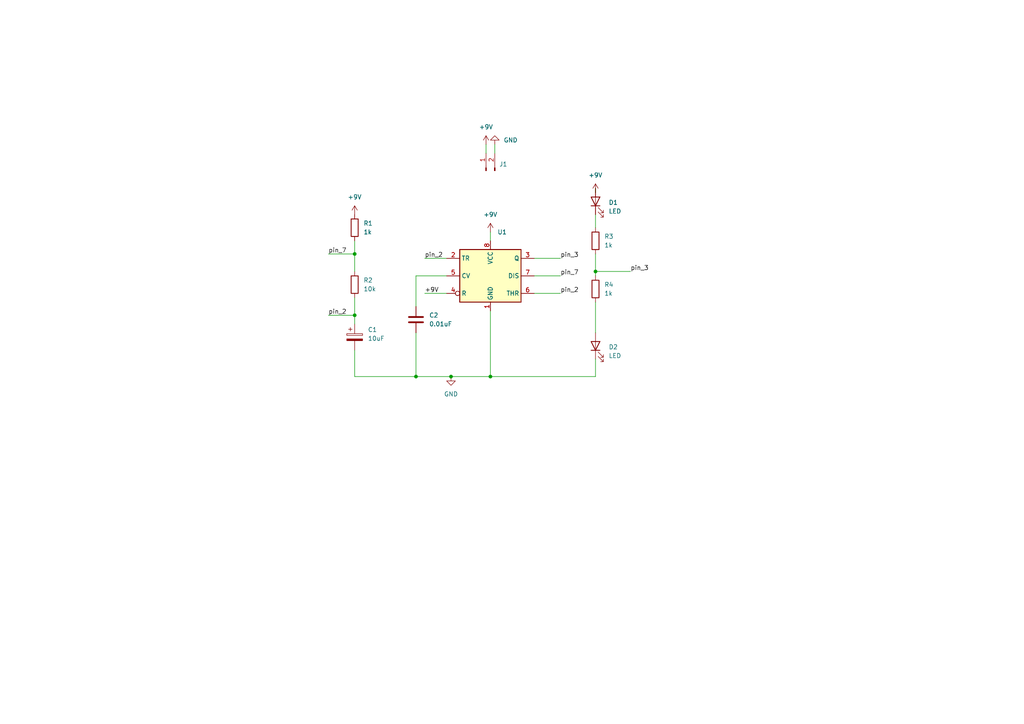
<source format=kicad_sch>
(kicad_sch (version 20211123) (generator eeschema)
  (paper "A4")
  (lib_symbols
    (symbol "Connector:Conn_01x02_Male" (pin_names (offset 1.016) hide)
      (property "Reference" "J" (at 0 2.54 0))
      (property "Value" "Conn_01x02_Male" (at 0 -5.08 0))
      (symbol "Conn_01x02_Male_1_1"
        (polyline (pts (xy 1.27 -2.54) (xy 0.8636 -2.54)) (stroke (width 0.1524)))
        (polyline (pts (xy 1.27 0) (xy 0.8636 0)) (stroke (width 0.1524)))
        (rectangle (start 0.8636 -2.413) (end 0 -2.667) (stroke (width 0.1524)) (fill (type outline)))
        (rectangle (start 0.8636 0.127) (end 0 -0.127) (stroke (width 0.1524)) (fill (type outline)))
        (pin passive line (at 5.08 0 180) (length 3.81) (name "Pin_1") (number "1"))
        (pin passive line (at 5.08 -2.54 180) (length 3.81) (name "Pin_2") (number "2"))
      )
    )
    (symbol "Device:C" (pin_numbers hide) (pin_names (offset 0.254))
      (property "Reference" "C" (at 0.635 2.54 0))
      (property "Value" "C" (at 0.635 -2.54 0))
      (symbol "C_0_1"
        (polyline (pts (xy -2.032 -0.762) (xy 2.032 -0.762)) (stroke (width 0.508)))
        (polyline (pts (xy -2.032 0.762) (xy 2.032 0.762)) (stroke (width 0.508)))
      )
      (symbol "C_1_1"
        (pin passive line (at 0 3.81 270) (length 2.794) (name "~") (number "1"))
        (pin passive line (at 0 -3.81 90) (length 2.794) (name "~") (number "2"))
      )
    )
    (symbol "Device:C_Polarized" (pin_numbers hide) (pin_names (offset 0.254))
      (property "Reference" "C" (at 0.635 2.54 0))
      (property "Value" "C_Polarized" (at 0.635 -2.54 0))
      (symbol "C_Polarized_0_1"
        (rectangle (start -2.286 0.508) (end 2.286 1.016))
        (polyline (pts (xy -1.778 2.286) (xy -0.762 2.286)))
        (polyline (pts (xy -1.27 2.794) (xy -1.27 1.778)))
        (rectangle (start 2.286 -0.508) (end -2.286 -1.016) (fill (type outline)))
      )
      (symbol "C_Polarized_1_1"
        (pin passive line (at 0 3.81 270) (length 2.794) (name "~") (number "1"))
        (pin passive line (at 0 -3.81 90) (length 2.794) (name "~") (number "2"))
      )
    )
    (symbol "Device:LED" (pin_numbers hide) (pin_names (offset 1.016) hide)
      (property "Reference" "D" (at 0 2.54 0))
      (property "Value" "LED" (at 0 -2.54 0))
      (symbol "LED_0_1"
        (polyline (pts (xy -1.27 -1.27) (xy -1.27 1.27)) (stroke (width 0.254)))
        (polyline (pts (xy -1.27 0) (xy 1.27 0)))
        (polyline (pts (xy 1.27 -1.27) (xy 1.27 1.27) (xy -1.27 0) (xy 1.27 -1.27)) (stroke (width 0.254)))
        (polyline (pts (xy -3.048 -0.762) (xy -4.572 -2.286) (xy -3.81 -2.286) (xy -4.572 -2.286) (xy -4.572 -1.524)))
        (polyline (pts (xy -1.778 -0.762) (xy -3.302 -2.286) (xy -2.54 -2.286) (xy -3.302 -2.286) (xy -3.302 -1.524)))
      )
      (symbol "LED_1_1"
        (pin passive line (at -3.81 0 0) (length 2.54) (name "K") (number "1"))
        (pin passive line (at 3.81 0 180) (length 2.54) (name "A") (number "2"))
      )
    )
    (symbol "Device:R" (pin_numbers hide) (pin_names (offset 0))
      (property "Reference" "R" (at 2.032 0 90))
      (property "Value" "R" (at 0 0 90))
      (symbol "R_0_1"
        (rectangle (start -1.016 -2.54) (end 1.016 2.54) (stroke (width 0.254)))
      )
      (symbol "R_1_1"
        (pin passive line (at 0 3.81 270) (length 1.27) (name "~") (number "1"))
        (pin passive line (at 0 -3.81 90) (length 1.27) (name "~") (number "2"))
      )
    )
    (symbol "Timer:NE555D"
      (property "Reference" "U" (at -10.16 8.89 0))
      (property "Value" "NE555D" (at 2.54 8.89 0))
      (symbol "NE555D_0_0"
        (pin power_in line (at 0 -10.16 90) (length 2.54) (name "GND") (number "1"))
        (pin power_in line (at 0 10.16 270) (length 2.54) (name "VCC") (number "8"))
      )
      (symbol "NE555D_0_1"
        (rectangle (start -8.89 -7.62) (end 8.89 7.62) (stroke (width 0.254)) (fill (type background)))
        (rectangle (start -8.89 -7.62) (end 8.89 7.62) (stroke (width 0.254)) (fill (type background)))
      )
      (symbol "NE555D_1_1"
        (pin input line (at -12.7 5.08 0) (length 3.81) (name "TR") (number "2"))
        (pin output line (at 12.7 5.08 180) (length 3.81) (name "Q") (number "3"))
        (pin input inverted (at -12.7 -5.08 0) (length 3.81) (name "R") (number "4"))
        (pin input line (at -12.7 0 0) (length 3.81) (name "CV") (number "5"))
        (pin input line (at 12.7 -5.08 180) (length 3.81) (name "THR") (number "6"))
        (pin input line (at 12.7 0 180) (length 3.81) (name "DIS") (number "7"))
      )
    )
    (symbol "power:+9V" (power) (pin_names (offset 0))
      (property "Value" "+9V" (at 0 3.556 0))
      (symbol "+9V_0_1"
        (polyline (pts (xy -0.762 1.27) (xy 0 2.54)))
        (polyline (pts (xy 0 0) (xy 0 2.54)))
        (polyline (pts (xy 0 2.54) (xy 0.762 1.27)))
      )
      (symbol "+9V_1_1"
        (pin power_in line (at 0 0 90) (length 0) hide (name "+9V") (number "1"))
      )
    )
    (symbol "power:GND" (power) (pin_names (offset 0))
      (property "Value" "GND" (at 0 -3.81 0))
      (symbol "GND_0_1"
        (polyline (pts (xy 0 0) (xy 0 -1.27) (xy 1.27 -1.27) (xy 0 -2.54) (xy -1.27 -1.27) (xy 0 -1.27)))
      )
      (symbol "GND_1_1"
        (pin power_in line (at 0 0 270) (length 0) hide (name "GND") (number "1"))
      )
    )
  )
  (junction (at 102.87 91.44))
  (junction (at 130.81 109.22))
  (junction (at 172.72 78.74))
  (junction (at 142.24 109.22))
  (junction (at 120.65 109.22))
  (junction (at 102.87 73.66))
  (wire (pts (xy 120.65 80.01) (xy 120.65 88.9)))
  (wire (pts (xy 142.24 90.17) (xy 142.24 109.22)))
  (wire (pts (xy 154.94 74.93) (xy 162.56 74.93)))
  (wire (pts (xy 120.65 109.22) (xy 130.81 109.22)))
  (wire (pts (xy 95.25 73.66) (xy 102.87 73.66)))
  (wire (pts (xy 102.87 109.22) (xy 120.65 109.22)))
  (wire (pts (xy 172.72 78.74) (xy 182.88 78.74)))
  (wire (pts (xy 102.87 91.44) (xy 102.87 93.98)))
  (wire (pts (xy 130.81 109.22) (xy 142.24 109.22)))
  (wire (pts (xy 123.19 74.93) (xy 129.54 74.93)))
  (wire (pts (xy 143.51 41.91) (xy 143.51 44.45)))
  (wire (pts (xy 172.72 54.61) (xy 172.72 55.88)))
  (wire (pts (xy 95.25 91.44) (xy 102.87 91.44)))
  (wire (pts (xy 142.24 109.22) (xy 172.72 109.22)))
  (wire (pts (xy 102.87 86.36) (xy 102.87 91.44)))
  (wire (pts (xy 154.94 85.09) (xy 162.56 85.09)))
  (wire (pts (xy 129.54 80.01) (xy 120.65 80.01)))
  (wire (pts (xy 120.65 96.52) (xy 120.65 109.22)))
  (wire (pts (xy 172.72 73.66) (xy 172.72 78.74)))
  (wire (pts (xy 102.87 101.6) (xy 102.87 109.22)))
  (wire (pts (xy 102.87 69.85) (xy 102.87 73.66)))
  (wire (pts (xy 172.72 62.23) (xy 172.72 66.04)))
  (wire (pts (xy 172.72 109.22) (xy 172.72 104.14)))
  (wire (pts (xy 142.24 67.31) (xy 142.24 69.85)))
  (wire (pts (xy 123.19 85.09) (xy 129.54 85.09)))
  (wire (pts (xy 140.97 41.91) (xy 140.97 44.45)))
  (wire (pts (xy 154.94 80.01) (xy 162.56 80.01)))
  (wire (pts (xy 102.87 73.66) (xy 102.87 78.74)))
  (wire (pts (xy 172.72 78.74) (xy 172.72 80.01)))
  (wire (pts (xy 172.72 87.63) (xy 172.72 96.52)))
  (label "pin_3" (at 162.56 74.93 0))
  (label "+9V" (at 123.19 85.09 0))
  (label "pin_2" (at 95.25 91.44 0))
  (label "pin_7" (at 162.56 80.01 0))
  (label "pin_7" (at 95.25 73.66 0))
  (label "pin_2" (at 162.56 85.09 0))
  (label "pin_3" (at 182.88 78.74 0))
  (label "pin_2" (at 123.19 74.93 0))
  (symbol (lib_id "power:+9V") (at 142.24 67.31 0) (unit 1)
    (property "Reference" "#PWR05" (effects hide))
    (property "Value" "+9V" (at 142.24 62.23 0))
  )
  (symbol (lib_id "Device:C") (at 120.65 92.71 0) (unit 1)
    (property "Reference" "C2" (at 124.46 91.4399 0) (effects (justify left)))
    (property "Value" "0.01uF" (at 124.46 93.9799 0) (effects (justify left)))
  )
  (symbol (lib_id "power:+9V") (at 102.87 62.23 0) (unit 1)
    (property "Reference" "#PWR04" (effects hide))
    (property "Value" "+9V" (at 102.87 57.15 0))
  )
  (symbol (lib_id "Timer:NE555D") (at 142.24 80.01 0) (unit 1)
    (property "Reference" "U1" (at 144.2594 67.31 0) (effects (justify left)))
    (property "Value" "NE555D" (effects hide))
    (property "Footprint" "Package_SO:SOIC-8_3.9x4.9mm_P1.27mm" (effects hide))
    (property "Datasheet" "http://www.ti.com/lit/ds/symlink/ne555.pdf" (effects hide))
  )
  (symbol (lib_id "Device:R") (at 102.87 82.55 0) (unit 1)
    (property "Reference" "R2" (at 105.41 81.2799 0) (effects (justify left)))
    (property "Value" "10k" (at 105.41 83.8199 0) (effects (justify left)))
  )
  (symbol (lib_id "power:GND") (at 130.81 109.22 0) (unit 1)
    (property "Reference" "#PWR06" (effects hide))
    (property "Value" "GND" (at 130.81 114.3 0))
  )
  (symbol (lib_id "Device:R") (at 172.72 69.85 0) (unit 1)
    (property "Reference" "R3" (at 175.26 68.5799 0) (effects (justify left)))
    (property "Value" "1k" (at 175.26 71.1199 0) (effects (justify left)))
  )
  (symbol (lib_id "power:+9V") (at 140.97 41.91 0) (unit 1)
    (property "Reference" "#PWR01" (effects hide))
    (property "Value" "+9V" (at 140.97 36.83 0))
  )
  (symbol (lib_id "Device:LED") (at 172.72 100.33 90) (unit 1)
    (property "Reference" "D2" (at 176.53 100.6474 90) (effects (justify right)))
    (property "Value" "LED" (at 176.53 103.1874 90) (effects (justify right)))
  )
  (symbol (lib_id "power:GND") (at 143.51 41.91 180) (unit 1)
    (property "Reference" "#PWR02" (effects hide))
    (property "Value" "GND" (at 146.05 40.6399 0) (effects (justify right)))
  )
  (symbol (lib_id "Device:R") (at 172.72 83.82 0) (unit 1)
    (property "Reference" "R4" (at 175.26 82.5499 0) (effects (justify left)))
    (property "Value" "1k" (at 175.26 85.0899 0) (effects (justify left)))
  )
  (symbol (lib_id "Device:R") (at 102.87 66.04 0) (unit 1)
    (property "Reference" "R1" (at 105.41 64.7699 0) (effects (justify left)))
    (property "Value" "1k" (at 105.41 67.3099 0) (effects (justify left)))
  )
  (symbol (lib_id "Device:C_Polarized") (at 102.87 97.79 0) (unit 1)
    (property "Reference" "C1" (at 106.68 95.6309 0) (effects (justify left)))
    (property "Value" "10uF" (at 106.68 98.1709 0) (effects (justify left)))
  )
  (symbol (lib_id "Device:LED") (at 172.72 58.42 90) (unit 1)
    (property "Reference" "D1" (at 176.53 58.7374 90) (effects (justify right)))
    (property "Value" "LED" (at 176.53 61.2774 90) (effects (justify right)))
  )
  (symbol (lib_id "power:+9V") (at 172.72 55.88 0) (unit 1)
    (property "Reference" "#PWR03" (effects hide))
    (property "Value" "+9V" (at 172.72 50.8 0))
  )
  (symbol (lib_id "Connector:Conn_01x02_Male") (at 140.97 49.53 90) (unit 1)
    (property "Reference" "J1" (at 144.78 47.6249 90) (effects (justify right)))
    (property "Value" "Conn_01x02_Male" (effects hide))
  )
)
</source>
